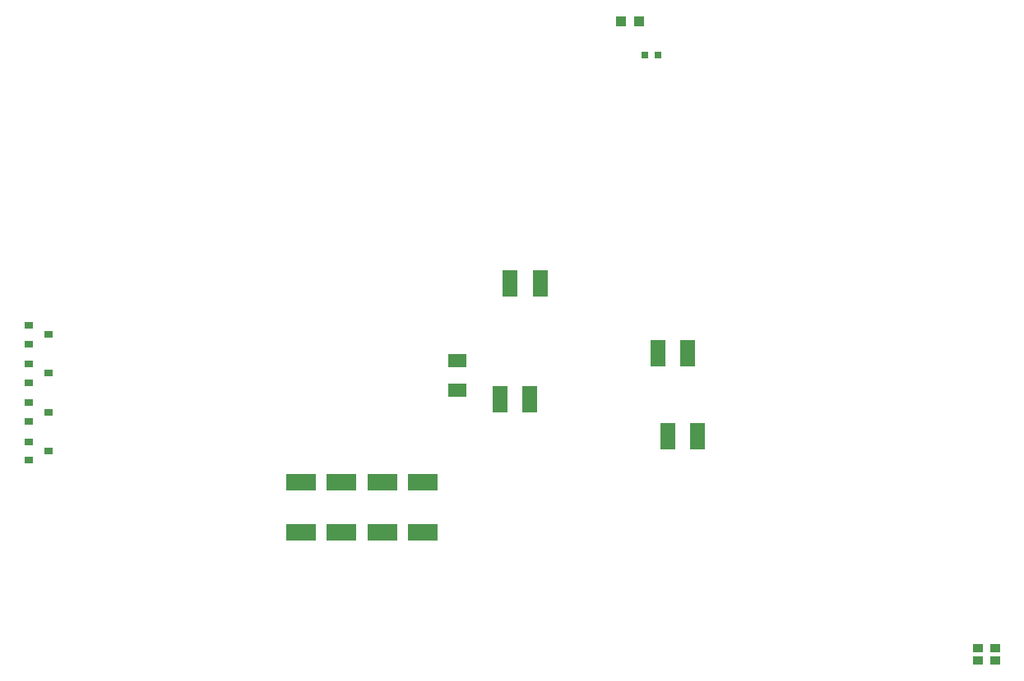
<source format=gbp>
G04*
G04 #@! TF.GenerationSoftware,Altium Limited,Altium Designer,21.8.1 (53)*
G04*
G04 Layer_Color=128*
%FSLAX25Y25*%
%MOIN*%
G70*
G04*
G04 #@! TF.SameCoordinates,51FB6EBF-7DE9-4BFC-9D62-BDCD563EF873*
G04*
G04*
G04 #@! TF.FilePolarity,Positive*
G04*
G01*
G75*
%ADD32R,0.04331X0.04331*%
%ADD35R,0.03937X0.03543*%
%ADD45R,0.03543X0.03150*%
%ADD108R,0.05906X0.11024*%
%ADD109R,0.02756X0.02756*%
%ADD110R,0.12402X0.07008*%
%ADD111R,0.07480X0.05315*%
D32*
X622835Y535236D02*
D03*
X615748D02*
D03*
D35*
X760433Y276037D02*
D03*
X767126D02*
D03*
Y281181D02*
D03*
X760433D02*
D03*
D45*
X375590Y357368D02*
D03*
Y364848D02*
D03*
X383465Y361108D02*
D03*
X375590Y404485D02*
D03*
Y411966D02*
D03*
X383465Y408225D02*
D03*
X375590Y388779D02*
D03*
Y396260D02*
D03*
X383465Y392520D02*
D03*
X375590Y373074D02*
D03*
Y380554D02*
D03*
X383465Y376814D02*
D03*
D108*
X630512Y400591D02*
D03*
X642717D02*
D03*
X646654Y367126D02*
D03*
X634449D02*
D03*
X566535Y381890D02*
D03*
X578740D02*
D03*
X570669Y429134D02*
D03*
X582874D02*
D03*
D109*
X630709Y521654D02*
D03*
X625197D02*
D03*
D110*
X535433Y327894D02*
D03*
Y348484D02*
D03*
X518898D02*
D03*
Y327894D02*
D03*
X502362Y348484D02*
D03*
Y327894D02*
D03*
X485827D02*
D03*
Y348484D02*
D03*
D111*
X549213Y397835D02*
D03*
Y385630D02*
D03*
M02*

</source>
